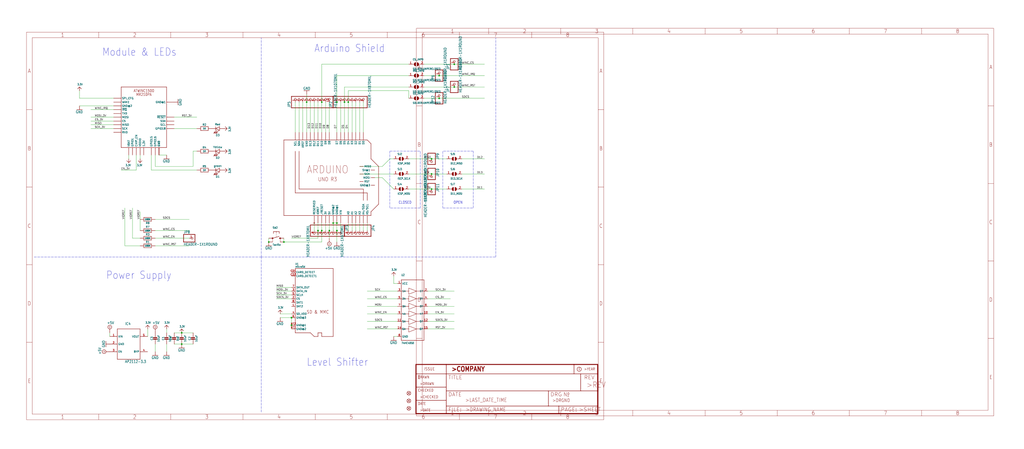
<source format=kicad_sch>
(kicad_sch (version 20211123) (generator eeschema)
  (paper "User" 687.07 301.701)
  (lib_symbols
    (symbol "schematicEagle-eagle-import:+5V" (power)
      (property "Value" "+5V" (at -1.905 3.175 0))
      (symbol "+5V_1_0"
        (pin power_in line (at 0 -2.54 90) (length 2.54) (name "+5V") (number "1"))
      )
    )
    (symbol "schematicEagle-eagle-import:3.3V" (power)
      (property "Value" "3.3V" (at -1.524 1.016 0))
      (symbol "3.3V_1_0"
        (pin power_in line (at 0 -2.54 90) (length 2.54) (name "3.3V") (number "1"))
      )
    )
    (symbol "schematicEagle-eagle-import:74HC4050D"
      (property "Reference" "U" (at -7.62 22.86 0))
      (property "Value" "74HC4050D" (at -7.62 -22.86 0))
      (symbol "74HC4050D_1_0"
        (pin bidirectional line (at -10.16 17.78 0) (length 2.54) (name "VCC") (number "1"))
        (pin bidirectional line (at 10.16 -2.54 180) (length 2.54) (name "4Y") (number "10"))
        (pin bidirectional line (at -10.16 -7.62 0) (length 2.54) (name "5A") (number "11"))
        (pin bidirectional line (at 10.16 -7.62 180) (length 2.54) (name "5Y") (number "12"))
        (pin bidirectional line (at -10.16 -12.7 0) (length 2.54) (name "6A") (number "14"))
        (pin bidirectional line (at 10.16 -12.7 180) (length 2.54) (name "6Y") (number "15"))
        (pin bidirectional line (at 10.16 12.7 180) (length 2.54) (name "1Y") (number "2"))
        (pin bidirectional line (at -10.16 12.7 0) (length 2.54) (name "1A") (number "3"))
        (pin bidirectional line (at 10.16 7.62 180) (length 2.54) (name "2Y") (number "4"))
        (pin bidirectional line (at -10.16 7.62 0) (length 2.54) (name "2A") (number "5"))
        (pin bidirectional line (at 10.16 2.54 180) (length 2.54) (name "3Y") (number "6"))
        (pin bidirectional line (at -10.16 2.54 0) (length 2.54) (name "3A") (number "7"))
        (pin bidirectional line (at -10.16 -17.78 0) (length 2.54) (name "GND") (number "8"))
        (pin bidirectional line (at -10.16 -2.54 0) (length 2.54) (name "4A") (number "9"))
      )
    )
    (symbol "schematicEagle-eagle-import:ARDUINO_R3_ICSP_NODIM"
      (symbol "ARDUINO_R3_ICSP_NODIM_1_0"
        (text "ARDUINO" (at 15.24 27.94 0) (effects (font (size 5.08 4.318)) (justify left bottom)))
        (text "UNO R3" (at 22.86 22.86 0) (effects (font (size 2.54 2.159)) (justify left bottom)))
        (pin power_in line (at 27.94 -5.08 90) (length 5.08) (name "3V") (number "3V"))
        (pin power_in line (at 30.48 -5.08 90) (length 5.08) (name "5V") (number "5V"))
        (pin passive line (at 60.96 30.48 180) (length 2.54) (name "5V@1") (number "5V_ICSP"))
        (pin bidirectional line (at 43.18 -5.08 90) (length 5.08) (name "A0") (number "A0"))
        (pin bidirectional line (at 45.72 -5.08 90) (length 5.08) (name "A1") (number "A1"))
        (pin bidirectional line (at 48.26 -5.08 90) (length 5.08) (name "A2") (number "A2"))
        (pin bidirectional line (at 50.8 -5.08 90) (length 5.08) (name "A3") (number "A3"))
        (pin bidirectional line (at 53.34 -5.08 90) (length 5.08) (name "A4/SDA") (number "A4"))
        (pin bidirectional line (at 55.88 -5.08 90) (length 5.08) (name "A5/SCL") (number "A5"))
        (pin bidirectional line (at 12.7 55.88 270) (length 5.08) (name "AREF") (number "AREF"))
        (pin bidirectional line (at 53.34 55.88 270) (length 5.08) (name "D0") (number "D0"))
        (pin bidirectional line (at 50.8 55.88 270) (length 5.08) (name "D1") (number "D1"))
        (pin bidirectional line (at 25.4 55.88 270) (length 5.08) (name "D10") (number "D10"))
        (pin bidirectional line (at 22.86 55.88 270) (length 5.08) (name "D11") (number "D11"))
        (pin bidirectional line (at 20.32 55.88 270) (length 5.08) (name "D12") (number "D12"))
        (pin bidirectional line (at 17.78 55.88 270) (length 5.08) (name "D13") (number "D13"))
        (pin bidirectional line (at 48.26 55.88 270) (length 5.08) (name "D2") (number "D2"))
        (pin bidirectional line (at 45.72 55.88 270) (length 5.08) (name "D3") (number "D3"))
        (pin bidirectional line (at 43.18 55.88 270) (length 5.08) (name "D4") (number "D4"))
        (pin bidirectional line (at 40.64 55.88 270) (length 5.08) (name "D5") (number "D5"))
        (pin bidirectional line (at 38.1 55.88 270) (length 5.08) (name "D6") (number "D6"))
        (pin bidirectional line (at 35.56 55.88 270) (length 5.08) (name "D7") (number "D7"))
        (pin bidirectional line (at 30.48 55.88 270) (length 5.08) (name "D8") (number "D8"))
        (pin bidirectional line (at 27.94 55.88 270) (length 5.08) (name "D9") (number "D9"))
        (pin power_in line (at 15.24 55.88 270) (length 5.08) (name "GND") (number "GND"))
        (pin power_in line (at 33.02 -5.08 90) (length 5.08) (name "GND@2") (number "GND@1"))
        (pin passive line (at 60.96 20.32 180) (length 2.54) (name "GND@3") (number "GND@2"))
        (pin power_in line (at 35.56 -5.08 90) (length 5.08) (name "GND@1") (number "GND@3"))
        (pin output line (at 22.86 -5.08 90) (length 5.08) (name "IOREF") (number "IOREF"))
        (pin passive line (at 50.8 33.02 0) (length 2.54) (name "MISO") (number "MISO"))
        (pin passive line (at 60.96 25.4 180) (length 2.54) (name "MOSI") (number "MOSI"))
        (pin no_connect line (at 20.32 -5.08 90) (length 5.08) (name "RESERVED") (number "RESERVED"))
        (pin bidirectional line (at 25.4 -5.08 90) (length 5.08) (name "/RESET") (number "RESET"))
        (pin passive line (at 50.8 22.86 0) (length 2.54) (name "RST") (number "RESET_ICSP"))
        (pin passive line (at 50.8 27.94 0) (length 2.54) (name "SCK") (number "SCK"))
        (pin bidirectional line (at 7.62 55.88 270) (length 5.08) (name "SCL") (number "SCL"))
        (pin bidirectional line (at 10.16 55.88 270) (length 5.08) (name "SDA") (number "SDA"))
        (pin power_in line (at 38.1 -5.08 90) (length 5.08) (name "VIN") (number "VIN"))
      )
    )
    (symbol "schematicEagle-eagle-import:ATWINC1500_MR210PA"
      (symbol "ATWINC1500_MR210PA_1_0"
        (text "ATWINC1500" (at 0 17.78 0) (effects (font (size 1.778 1.5113))))
        (text "MR210PA" (at 0 15.24 0) (effects (font (size 1.778 1.5113))))
        (pin bidirectional line (at 20.32 -7.62 180) (length 5.08) (name "GPIO18") (number "J1"))
        (pin input line (at -20.32 12.7 0) (length 5.08) (name "SPI_CFG") (number "J10"))
        (pin input line (at -20.32 10.16 0) (length 5.08) (name "WAKE") (number "J11"))
        (pin power_in line (at -20.32 7.62 0) (length 5.08) (name "GND@2") (number "J12"))
        (pin output line (at -20.32 5.08 0) (length 5.08) (name "~{IRQ}") (number "J13"))
        (pin output line (at -20.32 2.54 0) (length 5.08) (name "TXD") (number "J14"))
        (pin input line (at -20.32 0 0) (length 5.08) (name "MOSI") (number "J15"))
        (pin input line (at -20.32 -2.54 0) (length 5.08) (name "CS") (number "J16"))
        (pin output line (at -20.32 -5.08 0) (length 5.08) (name "MISO") (number "J17"))
        (pin input line (at -20.32 -7.62 0) (length 5.08) (name "SCK") (number "J18"))
        (pin input line (at -20.32 -10.16 0) (length 5.08) (name "RXD") (number "J19"))
        (pin bidirectional line (at 20.32 -5.08 180) (length 5.08) (name "SCL") (number "J2"))
        (pin power_in line (at -10.16 -25.4 90) (length 5.08) (name "VBAT") (number "J20"))
        (pin bidirectional line (at -7.62 -25.4 90) (length 5.08) (name "GPIO1") (number "J21"))
        (pin input line (at -5.08 -25.4 90) (length 5.08) (name "CHIP_EN") (number "J22"))
        (pin power_in line (at -2.54 -25.4 90) (length 5.08) (name "VDDIO") (number "J23"))
        (pin passive line (at 0 -25.4 90) (length 5.08) (name "1.3V") (number "J24"))
        (pin bidirectional line (at 5.08 -25.4 90) (length 5.08) (name "GPIO15") (number "J26"))
        (pin bidirectional line (at 7.62 -25.4 90) (length 5.08) (name "GPIO16") (number "J27"))
        (pin power_in line (at 10.16 -25.4 90) (length 5.08) (name "GND") (number "J28"))
        (pin bidirectional line (at 20.32 -2.54 180) (length 5.08) (name "SDA") (number "J3"))
        (pin input line (at 20.32 0 180) (length 5.08) (name "~{RESET}") (number "J4"))
        (pin bidirectional line (at 20.32 10.16 180) (length 5.08) (name "GND@1") (number "J9"))
        (pin power_in line (at 10.16 -25.4 90) (length 5.08) (name "GND") (number "MTGND"))
      )
    )
    (symbol "schematicEagle-eagle-import:CAP_CERAMIC0805-NOOUTLINE"
      (property "Reference" "C" (at -2.29 1.25 90))
      (property "Value" "CAP_CERAMIC0805-NOOUTLINE" (at 2.3 1.25 90))
      (symbol "CAP_CERAMIC0805-NOOUTLINE_1_0"
        (pin passive line (at 0 5.08 270) (length 2.54) (name "1") (number "1"))
        (pin passive line (at 0 -2.54 90) (length 2.54) (name "2") (number "2"))
      )
    )
    (symbol "schematicEagle-eagle-import:FIDUCIAL_1MM")
    (symbol "schematicEagle-eagle-import:FRAME_A3"
      (symbol "FRAME_A3_0_0"
        (text "1" (at 24.2094 1.905 0) (effects (font (size 2.54 2.286))))
        (text "1" (at 24.2094 258.445 0) (effects (font (size 2.54 2.286))))
        (text "2" (at 72.6281 1.905 0) (effects (font (size 2.54 2.286))))
        (text "2" (at 72.6281 258.445 0) (effects (font (size 2.54 2.286))))
        (text "3" (at 121.0469 1.905 0) (effects (font (size 2.54 2.286))))
        (text "3" (at 121.0469 258.445 0) (effects (font (size 2.54 2.286))))
        (text "4" (at 169.4656 1.905 0) (effects (font (size 2.54 2.286))))
        (text "4" (at 169.4656 258.445 0) (effects (font (size 2.54 2.286))))
        (text "5" (at 217.8844 1.905 0) (effects (font (size 2.54 2.286))))
        (text "5" (at 217.8844 258.445 0) (effects (font (size 2.54 2.286))))
        (text "6" (at 266.3031 1.905 0) (effects (font (size 2.54 2.286))))
        (text "6" (at 266.3031 258.445 0) (effects (font (size 2.54 2.286))))
        (text "7" (at 314.7219 1.905 0) (effects (font (size 2.54 2.286))))
        (text "7" (at 314.7219 258.445 0) (effects (font (size 2.54 2.286))))
        (text "8" (at 363.1406 1.905 0) (effects (font (size 2.54 2.286))))
        (text "8" (at 363.1406 258.445 0) (effects (font (size 2.54 2.286))))
        (text "A" (at 1.905 234.315 0) (effects (font (size 2.54 2.286))))
        (text "A" (at 385.445 234.315 0) (effects (font (size 2.54 2.286))))
        (text "B" (at 1.905 182.245 0) (effects (font (size 2.54 2.286))))
        (text "B" (at 385.445 182.245 0) (effects (font (size 2.54 2.286))))
        (text "C" (at 1.905 130.175 0) (effects (font (size 2.54 2.286))))
        (text "C" (at 385.445 130.175 0) (effects (font (size 2.54 2.286))))
        (text "D" (at 1.905 78.105 0) (effects (font (size 2.54 2.286))))
        (text "D" (at 385.445 78.105 0) (effects (font (size 2.54 2.286))))
        (text "E" (at 1.905 26.035 0) (effects (font (size 2.54 2.286))))
        (text "E" (at 385.445 26.035 0) (effects (font (size 2.54 2.286))))
      )
      (symbol "FRAME_A3_2_0"
        (text "PART OR WHOLE IS STRICTLY PROHIBITED WITHOUT WRITTEN PERMISSION!" (at 3.81 -5.08 0) (effects (font (size 1.27 1.0795)) (justify left bottom)))
        (text "PROPRIETARY" (at 3.81 -10.16 0) (effects (font (size 2.54 2.159) (thickness 0.4318) bold) (justify left bottom)))
        (text "THIS DRAWING CONTAINS CONFIDENTIAL INFORMATION. ANY REPRODUCTION IN" (at 3.81 -2.794 0) (effects (font (size 1.27 1.0795)) (justify left bottom)))
      )
      (symbol "FRAME_A3_3_0"
        (text ">CHECKED" (at 2.2352 11.7348 0) (effects (font (size 1.778 1.5113)) (justify left bottom)))
        (text ">COMPANY" (at 23.349 29.6735 0) (effects (font (size 3.175 2.6987) (thickness 0.5397) bold) (justify left bottom)))
        (text ">DATE" (at 2.2352 2.8448 0) (effects (font (size 1.778 1.5113)) (justify left bottom)))
        (text ">DRAWING_NAME" (at 33.0327 2.8448 0) (effects (font (size 2.54 2.159)) (justify left bottom)))
        (text ">DRAWN" (at 2.2352 20.6248 0) (effects (font (size 1.778 1.5113)) (justify left bottom)))
        (text ">DRGNO" (at 91.1352 9.1948 0) (effects (font (size 2.1844 1.8567)) (justify left bottom)))
        (text ">LAST_DATE_TIME" (at 32.7152 9.1948 0) (effects (font (size 2.54 2.159)) (justify left bottom)))
        (text ">REV" (at 113.9952 18.7198 0) (effects (font (size 3.81 3.2385)) (justify left bottom)))
        (text ">SHEET" (at 108.9152 2.8448 0) (effects (font (size 2.54 2.54)) (justify left bottom)))
        (text ">YEAR" (at 112.4077 30.4673 0) (effects (font (size 1.778 1.5113)) (justify left bottom)))
        (text "C" (at 108.7564 30.7848 0) (effects (font (size 1.27 1.0795)) (justify left bottom)))
        (text "CHECKED" (at 0.9652 16.1798 0) (effects (font (size 1.778 1.5113)) (justify left bottom)))
        (text "DATE" (at 0.9652 7.2898 0) (effects (font (size 1.778 1.5113)) (justify left bottom)))
        (text "DATE" (at 21.2852 13.0048 0) (effects (font (size 2.54 2.54)) (justify left bottom)))
        (text "DRAWN" (at 0.9652 25.0698 0) (effects (font (size 1.778 1.5113)) (justify left bottom)))
        (text "DRG" (at 89.8652 13.0048 0) (effects (font (size 2.54 2.54)) (justify left bottom)))
        (text "FILE:" (at 21.2852 2.8448 0) (effects (font (size 2.54 2.54)) (justify left bottom)))
        (text "ISSUE" (at 5.0927 30.4673 0) (effects (font (size 1.9304 1.6408)) (justify left bottom)))
        (text "N" (at 98.4377 13.0048 0) (effects (font (size 2.54 2.54)) (justify left bottom)))
        (text "o" (at 100.9777 13.9573 0) (effects (font (size 2.1844 1.8567)) (justify left bottom)))
        (text "PAGE:" (at 96.8502 2.8448 0) (effects (font (size 2.54 2.54)) (justify left bottom)))
        (text "REV" (at 112.4077 24.4348 0) (effects (font (size 2.54 2.54)) (justify left bottom)))
        (text "TITLE" (at 21.2852 24.4348 0) (effects (font (size 2.54 2.54)) (justify left bottom)))
      )
    )
    (symbol "schematicEagle-eagle-import:GND" (power)
      (property "Value" "GND" (at -2.54 -2.54 0))
      (symbol "GND_1_0"
        (pin power_in line (at 0 2.54 270) (length 2.54) (name "GND") (number "1"))
      )
    )
    (symbol "schematicEagle-eagle-import:HEADER-1X1070MIL"
      (property "Reference" "JP" (at -6.35 13.335 0))
      (property "Value" "HEADER-1X1070MIL" (at -6.35 -17.78 0))
      (symbol "HEADER-1X1070MIL_1_0"
        (pin passive inverted (at -2.54 10.16 0) (length 2.54) (name "1") (number "1"))
        (pin passive inverted (at -2.54 -12.7 0) (length 2.54) (name "10") (number "10"))
        (pin passive inverted (at -2.54 7.62 0) (length 2.54) (name "2") (number "2"))
        (pin passive inverted (at -2.54 5.08 0) (length 2.54) (name "3") (number "3"))
        (pin passive inverted (at -2.54 2.54 0) (length 2.54) (name "4") (number "4"))
        (pin passive inverted (at -2.54 0 0) (length 2.54) (name "5") (number "5"))
        (pin passive inverted (at -2.54 -2.54 0) (length 2.54) (name "6") (number "6"))
        (pin passive inverted (at -2.54 -5.08 0) (length 2.54) (name "7") (number "7"))
        (pin passive inverted (at -2.54 -7.62 0) (length 2.54) (name "8") (number "8"))
        (pin passive inverted (at -2.54 -10.16 0) (length 2.54) (name "9") (number "9"))
      )
    )
    (symbol "schematicEagle-eagle-import:HEADER-1X1ROUND"
      (property "Reference" "JP" (at -6.35 3.175 0))
      (property "Value" "HEADER-1X1ROUND" (at -6.35 -5.08 0))
      (symbol "HEADER-1X1ROUND_1_0"
        (pin passive inverted (at -2.54 0 0) (length 2.54) (name "1") (number "1"))
      )
    )
    (symbol "schematicEagle-eagle-import:HEADER-1X670MIL"
      (property "Reference" "JP" (at -6.35 10.795 0))
      (property "Value" "HEADER-1X670MIL" (at -6.35 -10.16 0))
      (symbol "HEADER-1X670MIL_1_0"
        (pin passive inverted (at -2.54 7.62 0) (length 2.54) (name "1") (number "1"))
        (pin passive inverted (at -2.54 5.08 0) (length 2.54) (name "2") (number "2"))
        (pin passive inverted (at -2.54 2.54 0) (length 2.54) (name "3") (number "3"))
        (pin passive inverted (at -2.54 0 0) (length 2.54) (name "4") (number "4"))
        (pin passive inverted (at -2.54 -2.54 0) (length 2.54) (name "5") (number "5"))
        (pin passive inverted (at -2.54 -5.08 0) (length 2.54) (name "6") (number "6"))
      )
    )
    (symbol "schematicEagle-eagle-import:HEADER-1X870MIL"
      (property "Reference" "JP" (at -6.35 13.335 0))
      (property "Value" "HEADER-1X870MIL" (at -6.35 -12.7 0))
      (symbol "HEADER-1X870MIL_1_0"
        (pin passive inverted (at -2.54 10.16 0) (length 2.54) (name "1") (number "1"))
        (pin passive inverted (at -2.54 7.62 0) (length 2.54) (name "2") (number "2"))
        (pin passive inverted (at -2.54 5.08 0) (length 2.54) (name "3") (number "3"))
        (pin passive inverted (at -2.54 2.54 0) (length 2.54) (name "4") (number "4"))
        (pin passive inverted (at -2.54 0 0) (length 2.54) (name "5") (number "5"))
        (pin passive inverted (at -2.54 -2.54 0) (length 2.54) (name "6") (number "6"))
        (pin passive inverted (at -2.54 -5.08 0) (length 2.54) (name "7") (number "7"))
        (pin passive inverted (at -2.54 -7.62 0) (length 2.54) (name "8") (number "8"))
      )
    )
    (symbol "schematicEagle-eagle-import:LED0805_NOOUTLINE"
      (property "Reference" "D" (at -1.27 4.445 0))
      (property "Value" "LED0805_NOOUTLINE" (at -1.27 -2.794 0))
      (symbol "LED0805_NOOUTLINE_1_0"
        (pin passive line (at -5.08 0 0) (length 2.54) (name "A") (number "A"))
        (pin passive line (at 2.54 0 180) (length 2.54) (name "C") (number "C"))
      )
    )
    (symbol "schematicEagle-eagle-import:LP298XS"
      (property "Reference" "IC" (at -12.7 -5.08 90))
      (property "Value" "LP298XS" (at 12.7 -5.08 90))
      (symbol "LP298XS_1_0"
        (pin bidirectional line (at -5.08 -15.24 90) (length 5.08) (name "VIN") (number "1"))
        (pin bidirectional line (at 0 -15.24 90) (length 5.08) (name "GND") (number "2"))
        (pin bidirectional line (at 5.08 -15.24 90) (length 5.08) (name "EN") (number "3"))
        (pin bidirectional line (at 5.08 10.16 270) (length 5.08) (name "BYP") (number "4"))
        (pin bidirectional line (at -5.08 10.16 270) (length 5.08) (name "VOUT") (number "5"))
      )
    )
    (symbol "schematicEagle-eagle-import:MICROSD"
      (property "Reference" "X" (at -12.7 22.606 0))
      (property "Value" "MICROSD" (at -12.7 20.828 0))
      (symbol "MICROSD_1_0"
        (text "SD & MMC" (at -5.08 -10.16 0) (effects (font (size 2.1844 1.8567)) (justify left bottom)))
        (pin bidirectional line (at -15.24 -5.08 0) (length 2.54) (name "DAT2") (number "1"))
        (pin input line (at -15.24 0 0) (length 2.54) (name "CS") (number "2"))
        (pin input line (at -15.24 5.08 0) (length 2.54) (name "DATA_IN") (number "3"))
        (pin power_in line (at -15.24 -10.16 0) (length 2.54) (name "SD_VDD") (number "4"))
        (pin input line (at -15.24 2.54 0) (length 2.54) (name "SCLK") (number "5"))
        (pin power_in line (at -15.24 -12.7 0) (length 2.54) (name "GND@3") (number "6"))
        (pin output line (at -15.24 7.62 0) (length 2.54) (name "DATA_OUT") (number "7"))
        (pin bidirectional line (at -15.24 -2.54 0) (length 2.54) (name "DAT1") (number "8"))
        (pin passive line (at -15.24 17.78 0) (length 2.54) (name "CARD_DETECT") (number "CD1"))
        (pin passive line (at -15.24 15.24 0) (length 2.54) (name "CARD_DETECT1") (number "CD2"))
        (pin power_in line (at -15.24 -20.32 0) (length 2.54) (name "GND@2") (number "MT1"))
        (pin power_in line (at -15.24 -17.78 0) (length 2.54) (name "GND@1") (number "MT2"))
      )
    )
    (symbol "schematicEagle-eagle-import:RESISTOR0805_NOOUTLINE"
      (property "Reference" "R" (at 0 2.54 0))
      (property "Value" "RESISTOR0805_NOOUTLINE" (at 0 0 0))
      (symbol "RESISTOR0805_NOOUTLINE_1_0"
        (pin passive line (at -5.08 0 0) (length 2.54) (name "1") (number "1"))
        (pin passive line (at 5.08 0 180) (length 2.54) (name "2") (number "2"))
      )
    )
    (symbol "schematicEagle-eagle-import:SOLDERJUMPERCLOSED"
      (property "Reference" "SJ" (at -2.54 2.54 0))
      (property "Value" "SOLDERJUMPERCLOSED" (at -2.54 -3.81 0))
      (symbol "SOLDERJUMPERCLOSED_1_0"
        (pin passive line (at -5.08 0 0) (length 2.54) (name "1") (number "1"))
        (pin passive line (at 5.08 0 180) (length 2.54) (name "2") (number "2"))
      )
    )
    (symbol "schematicEagle-eagle-import:SOLDERJUMPERREFLOW_NOPASTE"
      (property "Reference" "SJ" (at -2.54 2.54 0))
      (property "Value" "SOLDERJUMPERREFLOW_NOPASTE" (at -2.54 -3.81 0))
      (symbol "SOLDERJUMPERREFLOW_NOPASTE_1_0"
        (pin passive line (at -5.08 0 0) (length 2.54) (name "1") (number "1"))
        (pin passive line (at 5.08 0 180) (length 2.54) (name "2") (number "2"))
      )
    )
    (symbol "schematicEagle-eagle-import:SWITCH_TACT_SMT_EVQQ2_SMALL"
      (property "Reference" "SW" (at -2.54 6.35 0))
      (property "Value" "SWITCH_TACT_SMT_EVQQ2_SMALL" (at -2.54 -5.08 0))
      (symbol "SWITCH_TACT_SMT_EVQQ2_SMALL_1_0"
        (pin passive line (at -5.08 0 0) (length 2.54) (name "P") (number "A"))
        (pin passive line (at -5.08 -2.54 0) (length 2.54) (name "P1") (number "A'"))
        (pin passive line (at 5.08 0 180) (length 2.54) (name "S") (number "B"))
        (pin passive line (at 5.08 -2.54 180) (length 2.54) (name "S1") (number "B'"))
      )
    )
  )
  (junction (at 231.14 68.58))
  (junction (at 205.74 68.58))
  (junction (at 215.9 154.94))
  (junction (at 190.5 162.56))
  (junction (at 304.8 43.18))
  (junction (at 294.64 66.04))
  (junction (at 226.06 149.86))
  (junction (at 226.06 154.94))
  (junction (at 121.92 231.14))
  (junction (at 180.34 162.56))
  (junction (at 195.58 213.36))
  (junction (at 226.06 68.58))
  (junction (at 223.52 149.86))
  (junction (at 289.56 127))
  (junction (at 233.68 68.58))
  (junction (at 121.92 223.52))
  (junction (at 294.64 50.8))
  (junction (at 220.98 154.94))
  (junction (at 213.36 154.94))
  (junction (at 304.8 58.42))
  (junction (at 289.56 116.84))
  (junction (at 195.58 218.44))
  (junction (at 215.9 68.58))
  (junction (at 289.56 106.68))
  (wire (pts (xy 180.34 160.02) (xy 180.34 162.56)))
  (wire (pts (xy 60.96 78.74) (xy 76.2 78.74)))
  (wire (pts (xy 264.16 190.5) (xy 264.16 185.42)))
  (polyline (pts (xy 297.18 101.6) (xy 297.18 139.7)))
  (wire (pts (xy 215.9 154.94) (xy 215.9 149.86)))
  (wire (pts (xy 246.38 154.94) (xy 246.38 149.86)))
  (wire (pts (xy 304.8 43.18) (xy 325.12 43.18)))
  (wire (pts (xy 251.46 119.38) (xy 256.54 119.38)))
  (wire (pts (xy 236.22 154.94) (xy 236.22 149.86)))
  (wire (pts (xy 233.68 68.58) (xy 233.68 60.96)))
  (wire (pts (xy 241.3 68.58) (xy 241.3 88.9)))
  (wire (pts (xy 132.08 101.6) (xy 129.54 101.6)))
  (wire (pts (xy 266.7 195.58) (xy 246.38 195.58)))
  (wire (pts (xy 129.54 231.14) (xy 121.92 231.14)))
  (wire (pts (xy 294.64 66.04) (xy 325.12 66.04)))
  (wire (pts (xy 287.02 200.66) (xy 302.26 200.66)))
  (wire (pts (xy 274.32 116.84) (xy 289.56 116.84)))
  (wire (pts (xy 88.9 160.02) (xy 88.9 139.7)))
  (wire (pts (xy 101.6 114.3) (xy 132.08 114.3)))
  (wire (pts (xy 220.98 88.9) (xy 220.98 68.58)))
  (wire (pts (xy 289.56 127) (xy 299.72 127)))
  (wire (pts (xy 218.44 68.58) (xy 218.44 88.9)))
  (polyline (pts (xy 22.86 172.72) (xy 175.26 172.72)))
  (wire (pts (xy 226.06 154.94) (xy 226.06 149.86)))
  (wire (pts (xy 76.2 81.28) (xy 60.96 81.28)))
  (wire (pts (xy 243.84 154.94) (xy 243.84 149.86)))
  (wire (pts (xy 256.54 111.76) (xy 261.62 106.68)))
  (wire (pts (xy 106.68 104.14) (xy 111.76 104.14)))
  (wire (pts (xy 121.92 231.14) (xy 116.84 231.14)))
  (wire (pts (xy 205.74 63.5) (xy 205.74 68.58)))
  (wire (pts (xy 284.48 66.04) (xy 294.64 66.04)))
  (wire (pts (xy 104.14 147.32) (xy 127 147.32)))
  (wire (pts (xy 213.36 160.02) (xy 195.58 160.02)))
  (wire (pts (xy 73.66 223.52) (xy 73.66 226.06)))
  (polyline (pts (xy 261.62 101.6) (xy 281.94 101.6)))
  (wire (pts (xy 304.8 210.82) (xy 287.02 210.82)))
  (wire (pts (xy 304.8 58.42) (xy 325.12 58.42)))
  (polyline (pts (xy 281.94 139.7) (xy 261.62 139.7)))
  (wire (pts (xy 304.8 58.42) (xy 284.48 58.42)))
  (wire (pts (xy 233.68 60.96) (xy 274.32 60.96)))
  (wire (pts (xy 60.96 86.36) (xy 76.2 86.36)))
  (wire (pts (xy 190.5 162.56) (xy 190.5 160.02)))
  (wire (pts (xy 274.32 58.42) (xy 231.14 58.42)))
  (wire (pts (xy 274.32 50.8) (xy 226.06 50.8)))
  (wire (pts (xy 195.58 198.12) (xy 185.42 198.12)))
  (wire (pts (xy 99.06 220.98) (xy 99.06 226.06)))
  (wire (pts (xy 233.68 88.9) (xy 233.68 68.58)))
  (wire (pts (xy 233.68 154.94) (xy 233.68 149.86)))
  (wire (pts (xy 60.96 73.66) (xy 76.2 73.66)))
  (wire (pts (xy 104.14 104.14) (xy 104.14 111.76)))
  (polyline (pts (xy 175.26 276.86) (xy 175.26 172.72)))
  (wire (pts (xy 266.7 226.06) (xy 264.16 226.06)))
  (wire (pts (xy 226.06 88.9) (xy 226.06 68.58)))
  (wire (pts (xy 266.7 210.82) (xy 246.38 210.82)))
  (wire (pts (xy 86.36 106.68) (xy 86.36 104.14)))
  (wire (pts (xy 213.36 154.94) (xy 213.36 149.86)))
  (wire (pts (xy 91.44 104.14) (xy 91.44 114.3)))
  (wire (pts (xy 228.6 154.94) (xy 228.6 149.86)))
  (wire (pts (xy 208.28 88.9) (xy 208.28 68.58)))
  (wire (pts (xy 187.96 213.36) (xy 195.58 213.36)))
  (wire (pts (xy 93.98 165.1) (xy 83.82 165.1)))
  (wire (pts (xy 76.2 66.04) (xy 53.34 66.04)))
  (wire (pts (xy 256.54 119.38) (xy 264.16 127)))
  (wire (pts (xy 210.82 154.94) (xy 210.82 149.86)))
  (wire (pts (xy 220.98 154.94) (xy 220.98 149.86)))
  (polyline (pts (xy 175.26 172.72) (xy 332.74 172.72)))
  (wire (pts (xy 287.02 220.98) (xy 304.8 220.98)))
  (wire (pts (xy 195.58 193.04) (xy 185.42 193.04)))
  (wire (pts (xy 246.38 205.74) (xy 266.7 205.74)))
  (wire (pts (xy 210.82 68.58) (xy 210.82 88.9)))
  (wire (pts (xy 266.7 200.66) (xy 246.38 200.66)))
  (wire (pts (xy 241.3 116.84) (xy 264.16 116.84)))
  (wire (pts (xy 104.14 231.14) (xy 104.14 236.22)))
  (wire (pts (xy 91.44 114.3) (xy 81.28 114.3)))
  (wire (pts (xy 309.88 106.68) (xy 325.12 106.68)))
  (wire (pts (xy 309.88 127) (xy 325.12 127)))
  (wire (pts (xy 274.32 60.96) (xy 274.32 66.04)))
  (wire (pts (xy 304.8 43.18) (xy 284.48 43.18)))
  (wire (pts (xy 215.9 68.58) (xy 215.9 88.9)))
  (polyline (pts (xy 297.18 139.7) (xy 317.5 139.7)))
  (wire (pts (xy 294.64 50.8) (xy 284.48 50.8)))
  (wire (pts (xy 203.2 68.58) (xy 203.2 88.9)))
  (wire (pts (xy 53.34 60.96) (xy 53.34 66.04)))
  (wire (pts (xy 289.56 106.68) (xy 299.72 106.68)))
  (wire (pts (xy 294.64 50.8) (xy 325.12 50.8)))
  (wire (pts (xy 241.3 154.94) (xy 241.3 149.86)))
  (wire (pts (xy 111.76 231.14) (xy 111.76 236.22)))
  (wire (pts (xy 243.84 68.58) (xy 243.84 88.9)))
  (polyline (pts (xy 281.94 101.6) (xy 281.94 139.7)))
  (wire (pts (xy 185.42 195.58) (xy 195.58 195.58)))
  (wire (pts (xy 195.58 220.98) (xy 195.58 218.44)))
  (wire (pts (xy 218.44 154.94) (xy 218.44 149.86)))
  (wire (pts (xy 129.54 111.76) (xy 129.54 101.6)))
  (wire (pts (xy 127 160.02) (xy 104.14 160.02)))
  (wire (pts (xy 228.6 68.58) (xy 228.6 88.9)))
  (wire (pts (xy 287.02 215.9) (xy 304.8 215.9)))
  (wire (pts (xy 93.98 104.14) (xy 93.98 106.68)))
  (wire (pts (xy 127 165.1) (xy 104.14 165.1)))
  (wire (pts (xy 190.5 162.56) (xy 215.9 162.56)))
  (wire (pts (xy 274.32 43.18) (xy 215.9 43.18)))
  (wire (pts (xy 101.6 104.14) (xy 101.6 114.3)))
  (polyline (pts (xy 175.26 172.72) (xy 175.26 25.4)))
  (wire (pts (xy 185.42 200.66) (xy 195.58 200.66)))
  (wire (pts (xy 215.9 68.58) (xy 215.9 43.18)))
  (wire (pts (xy 231.14 68.58) (xy 231.14 88.9)))
  (wire (pts (xy 309.88 116.84) (xy 325.12 116.84)))
  (polyline (pts (xy 332.74 172.72) (xy 332.74 25.4)))
  (wire (pts (xy 205.74 68.58) (xy 205.74 88.9)))
  (wire (pts (xy 104.14 111.76) (xy 129.54 111.76)))
  (wire (pts (xy 274.32 127) (xy 289.56 127)))
  (polyline (pts (xy 317.5 139.7) (xy 317.5 101.6)))
  (wire (pts (xy 289.56 116.84) (xy 299.72 116.84)))
  (wire (pts (xy 104.14 154.94) (xy 127 154.94)))
  (wire (pts (xy 236.22 68.58) (xy 236.22 88.9)))
  (wire (pts (xy 226.06 162.56) (xy 226.06 154.94)))
  (wire (pts (xy 213.36 88.9) (xy 213.36 68.58)))
  (wire (pts (xy 198.12 68.58) (xy 198.12 88.9)))
  (wire (pts (xy 304.8 205.74) (xy 287.02 205.74)))
  (wire (pts (xy 261.62 106.68) (xy 264.16 106.68)))
  (wire (pts (xy 53.34 71.12) (xy 76.2 71.12)))
  (wire (pts (xy 223.52 149.86) (xy 226.06 149.86)))
  (wire (pts (xy 266.7 215.9) (xy 246.38 215.9)))
  (wire (pts (xy 132.08 78.74) (xy 116.84 78.74)))
  (wire (pts (xy 226.06 50.8) (xy 226.06 68.58)))
  (wire (pts (xy 231.14 58.42) (xy 231.14 68.58)))
  (wire (pts (xy 195.58 218.44) (xy 195.58 213.36)))
  (wire (pts (xy 93.98 142.24) (xy 93.98 154.94)))
  (wire (pts (xy 238.76 154.94) (xy 238.76 149.86)))
  (wire (pts (xy 274.32 106.68) (xy 289.56 106.68)))
  (wire (pts (xy 121.92 223.52) (xy 116.84 223.52)))
  (wire (pts (xy 266.7 220.98) (xy 246.38 220.98)))
  (wire (pts (xy 220.98 160.02) (xy 220.98 154.94)))
  (wire (pts (xy 116.84 86.36) (xy 132.08 86.36)))
  (wire (pts (xy 187.96 210.82) (xy 195.58 210.82)))
  (polyline (pts (xy 261.62 139.7) (xy 261.62 101.6)))
  (wire (pts (xy 238.76 68.58) (xy 238.76 88.9)))
  (wire (pts (xy 215.9 162.56) (xy 215.9 154.94)))
  (wire (pts (xy 266.7 190.5) (xy 264.16 190.5)))
  (wire (pts (xy 76.2 83.82) (xy 60.96 83.82)))
  (wire (pts (xy 241.3 111.76) (xy 256.54 111.76)))
  (wire (pts (xy 223.52 154.94) (xy 223.52 149.86)))
  (wire (pts (xy 213.36 154.94) (xy 213.36 160.02)))
  (wire (pts (xy 111.76 220.98) (xy 111.76 223.52)))
  (wire (pts (xy 200.66 68.58) (xy 200.66 88.9)))
  (wire (pts (xy 287.02 195.58) (xy 304.8 195.58)))
  (polyline (pts (xy 317.5 101.6) (xy 297.18 101.6)))
  (wire (pts (xy 83.82 165.1) (xy 83.82 139.7)))
  (wire (pts (xy 93.98 160.02) (xy 88.9 160.02)))
  (wire (pts (xy 129.54 223.52) (xy 121.92 223.52)))
  (text "Level Shifter" (at 205.74 246.38 180) (effects (font (size 5.08 4.318)) (justify left bottom)))
  (text "CLOSED" (at 271.78 137.16 180) (effects (font (size 1.778 1.5113)) (justify bottom)))
  (text "Arduino Shield" (at 210.82 35.56 180) (effects (font (size 5.08 4.318)) (justify left bottom)))
  (text "Module & LEDs" (at 68.58 38.1 180) (effects (font (size 5.08 4.318)) (justify left bottom)))
  (text "Power Supply" (at 71.12 187.96 180) (effects (font (size 5.08 4.318)) (justify left bottom)))
  (text "OPEN" (at 307.34 137.16 180) (effects (font (size 1.778 1.5113)) (justify bottom)))
  (label "WINC_CS" (at 251.46 200.66 0) (effects (font (size 1.2446 1.2446))))
  (label "D4" (at 233.68 86.36 90) (effects (font (size 1.2446 1.2446))))
  (label "D10" (at 215.9 86.36 90) (effects (font (size 1.2446 1.2446))))
  (label "WINC_EN" (at 109.22 160.02 0) (effects (font (size 1.2446 1.2446))))
  (label "VIOREF" (at 195.58 160.02 0) (effects (font (size 1.2446 1.2446))))
  (label "D7" (at 226.06 86.36 90) (effects (font (size 1.2446 1.2446))))
  (label "WINC_IRQ" (at 309.88 50.8 0) (effects (font (size 1.2446 1.2446))))
  (label "SCK" (at 284.48 116.84 0) (effects (font (size 1.2446 1.2446))))
  (label "SDCS" (at 251.46 215.9 0) (effects (font (size 1.2446 1.2446))))
  (label "MISO" (at 284.48 106.68 0) (effects (font (size 1.2446 1.2446))))
  (label "D11" (at 213.36 86.36 90) (effects (font (size 1.2446 1.2446))))
  (label "VIOREF" (at 88.9 147.32 90) (effects (font (size 1.2446 1.2446))))
  (label "SCK" (at 251.46 195.58 0) (effects (font (size 1.2446 1.2446))))
  (label "D12" (at 210.82 86.36 90) (effects (font (size 1.2446 1.2446))))
  (label "SCK_3V" (at 63.5 86.36 0) (effects (font (size 1.2446 1.2446))))
  (label "SDCS_3V" (at 292.1 215.9 0) (effects (font (size 1.2446 1.2446))))
  (label "MOSI_3V" (at 63.5 78.74 0) (effects (font (size 1.2446 1.2446))))
  (label "D12" (at 320.04 106.68 0) (effects (font (size 1.2446 1.2446))))
  (label "WINC_RST" (at 109.22 165.1 0) (effects (font (size 1.2446 1.2446))))
  (label "VIOREF" (at 83.82 147.32 90) (effects (font (size 1.2446 1.2446))))
  (label "D9" (at 218.44 86.36 90) (effects (font (size 1.2446 1.2446))))
  (label "RST_3V" (at 121.92 78.74 0) (effects (font (size 1.2446 1.2446))))
  (label "SCK_3V" (at 292.1 195.58 0) (effects (font (size 1.2446 1.2446))))
  (label "D8" (at 220.98 86.36 90) (effects (font (size 1.2446 1.2446))))
  (label "MOSI" (at 251.46 205.74 0) (effects (font (size 1.2446 1.2446))))
  (label "VIOREF" (at 93.98 147.32 90) (effects (font (size 1.2446 1.2446))))
  (label "WINC_RST" (at 309.88 58.42 0) (effects (font (size 1.2446 1.2446))))
  (label "SDCS" (at 109.22 147.32 0) (effects (font (size 1.2446 1.2446))))
  (label "MOSI" (at 284.48 127 0) (effects (font (size 1.2446 1.2446))))
  (label "MISO" (at 185.42 193.04 0) (effects (font (size 1.2446 1.2446))))
  (label "MISO" (at 63.5 83.82 0) (effects (font (size 1.2446 1.2446))))
  (label "WINC_IRQ" (at 63.5 73.66 0) (effects (font (size 1.2446 1.2446))))
  (label "SCK_3V" (at 185.42 198.12 0) (effects (font (size 1.2446 1.2446))))
  (label "CS_3V" (at 63.5 81.28 0) (effects (font (size 1.2446 1.2446))))
  (label "WINC_EN" (at 251.46 210.82 0) (effects (font (size 1.2446 1.2446))))
  (label "D13" (at 320.04 116.84 0) (effects (font (size 1.2446 1.2446))))
  (label "SDCS_3V" (at 185.42 200.66 0) (effects (font (size 1.2446 1.2446))))
  (label "SDCS" (at 309.88 66.04 0) (effects (font (size 1.2446 1.2446))))
  (label "EN_3V" (at 81.28 114.3 0) (effects (font (size 1.2446 1.2446))))
  (label "D13" (at 208.28 86.36 90) (effects (font (size 1.2446 1.2446))))
  (label "WINC_CS" (at 109.22 154.94 0) (effects (font (size 1.2446 1.2446))))
  (label "CS_3V" (at 292.1 200.66 0) (effects (font (size 1.2446 1.2446))))
  (label "EN_3V" (at 292.1 210.82 0) (effects (font (size 1.2446 1.2446))))
  (label "MOSI_3V" (at 292.1 205.74 0) (effects (font (size 1.2446 1.2446))))
  (label "MOSI_3V" (at 185.42 195.58 0) (effects (font (size 1.2446 1.2446))))
  (label "WINC_CS" (at 309.88 43.18 0) (effects (font (size 1.2446 1.2446))))
  (label "D5" (at 231.14 86.36 90) (effects (font (size 1.2446 1.2446))))
  (label "D11" (at 320.04 127 0) (effects (font (size 1.2446 1.2446))))
  (label "WINC_RST" (at 251.46 220.98 0) (effects (font (size 1.2446 1.2446))))
  (label "RST_3V" (at 292.1 220.98 0) (effects (font (size 1.2446 1.2446))))
  (symbol (lib_id "schematicEagle-eagle-import:+5V") (at 73.66 220.98 0) (unit 1)
    (property "Reference" "#SUPPLY2" (effects hide))
    (property "Value" "+5V" (at 71.755 217.805 0) (effects (font (size 1.778 1.5113)) (justify left bottom)))
    (property "Footprint" "schematicEagle:" (effects hide))
  )
  (symbol (lib_id "schematicEagle-eagle-import:+5V") (at 104.14 220.98 0) (unit 1)
    (property "Reference" "#SUPPLY4" (effects hide))
    (property "Value" "+5V" (at 102.235 217.805 0) (effects (font (size 1.778 1.5113)) (justify left bottom)))
    (property "Footprint" "schematicEagle:" (effects hide))
  )
  (symbol (lib_id "schematicEagle-eagle-import:RESISTOR0805_NOOUTLINE") (at 137.16 114.3 0) (unit 1)
    (property "Reference" "R5" (at 137.16 111.76 0))
    (property "Value" "1K" (at 137.16 114.3 0) (effects (font (size 1.016 1.016) bold)))
    (property "Footprint" "schematicEagle:0805-NO" (effects hide))
  )
  (symbol (lib_id "schematicEagle-eagle-import:FRAME_A3") (at 17.78 281.94 0) (unit 1)
    (property "Reference" "#FRAME1" (effects hide))
    (property "Value" "FRAME_A3" (effects hide))
    (property "Footprint" "schematicEagle:" (effects hide))
  )
  (symbol (lib_id "schematicEagle-eagle-import:CAP_CERAMIC0805-NOOUTLINE") (at 129.54 228.6 0) (unit 1)
    (property "Reference" "C2" (at 127.25 227.35 90))
    (property "Value" "10uF" (at 131.84 227.35 90))
    (property "Footprint" "schematicEagle:0805-NO" (effects hide))
  )
  (symbol (lib_id "schematicEagle-eagle-import:RESISTOR0805_NOOUTLINE") (at 137.16 86.36 0) (unit 1)
    (property "Reference" "R2" (at 137.16 83.82 0))
    (property "Value" "1K" (at 137.16 86.36 0) (effects (font (size 1.016 1.016) bold)))
    (property "Footprint" "schematicEagle:0805-NO" (effects hide))
  )
  (symbol (lib_id "schematicEagle-eagle-import:SOLDERJUMPERCLOSED") (at 269.24 106.68 0) (unit 1)
    (property "Reference" "SJ2" (at 266.7 104.14 0) (effects (font (size 1.27 1.0795)) (justify left bottom)))
    (property "Value" "ICSP_MISO" (at 266.7 110.49 0) (effects (font (size 1.27 1.0795)) (justify left bottom)))
    (property "Footprint" "schematicEagle:SOLDERJUMPER_CLOSEDWIRE" (effects hide))
  )
  (symbol (lib_id "schematicEagle-eagle-import:GND") (at 180.34 165.1 0) (unit 1)
    (property "Reference" "#U$42" (effects hide))
    (property "Value" "GND" (at 177.8 167.64 0) (effects (font (size 1.778 1.5113)) (justify left bottom)))
    (property "Footprint" "schematicEagle:" (effects hide))
  )
  (symbol (lib_id "schematicEagle-eagle-import:RESISTOR0805_NOOUTLINE") (at 99.06 165.1 0) (unit 1)
    (property "Reference" "R1" (at 99.06 162.56 0))
    (property "Value" "100K" (at 99.06 165.1 0) (effects (font (size 1.016 1.016) bold)))
    (property "Footprint" "schematicEagle:0805-NO" (effects hide))
  )
  (symbol (lib_id "schematicEagle-eagle-import:SOLDERJUMPERCLOSED") (at 279.4 66.04 0) (unit 1)
    (property "Reference" "SD_JMP0" (at 276.86 63.5 0) (effects (font (size 1.27 1.0795)) (justify left bottom)))
    (property "Value" "SOLDERJUMPERCLOSED" (at 276.86 69.85 0) (effects (font (size 1.27 1.0795)) (justify left bottom)))
    (property "Footprint" "schematicEagle:SOLDERJUMPER_CLOSEDWIRE" (effects hide))
  )
  (symbol (lib_id "schematicEagle-eagle-import:GND") (at 53.34 73.66 0) (unit 1)
    (property "Reference" "#GND2" (effects hide))
    (property "Value" "GND" (at 50.8 76.2 0) (effects (font (size 1.778 1.5113)) (justify left bottom)))
    (property "Footprint" "schematicEagle:" (effects hide))
  )
  (symbol (lib_id "schematicEagle-eagle-import:GND") (at 121.92 233.68 0) (unit 1)
    (property "Reference" "#U$18" (effects hide))
    (property "Value" "GND" (at 119.38 236.22 0) (effects (font (size 1.778 1.5113)) (justify left bottom)))
    (property "Footprint" "schematicEagle:" (effects hide))
  )
  (symbol (lib_id "schematicEagle-eagle-import:GND") (at 104.14 238.76 0) (unit 1)
    (property "Reference" "#U$19" (effects hide))
    (property "Value" "GND" (at 101.6 241.3 0) (effects (font (size 1.778 1.5113)) (justify left bottom)))
    (property "Footprint" "schematicEagle:" (effects hide))
  )
  (symbol (lib_id "schematicEagle-eagle-import:HEADER-1X1ROUND") (at 289.56 109.22 270) (unit 1)
    (property "Reference" "JP9" (at 292.735 102.87 0) (effects (font (size 1.778 1.5113)) (justify left bottom)))
    (property "Value" "HEADER-1X1ROUND" (at 284.48 102.87 0) (effects (font (size 1.778 1.5113)) (justify left bottom)))
    (property "Footprint" "schematicEagle:1X01_ROUND" (effects hide))
  )
  (symbol (lib_id "schematicEagle-eagle-import:3.3V") (at 121.92 220.98 0) (unit 1)
    (property "Reference" "#U$17" (effects hide))
    (property "Value" "3.3V" (at 120.396 219.964 0) (effects (font (size 1.27 1.0795)) (justify left bottom)))
    (property "Footprint" "schematicEagle:" (effects hide))
  )
  (symbol (lib_id "schematicEagle-eagle-import:HEADER-1X1ROUND") (at 304.8 55.88 90) (unit 1)
    (property "Reference" "JP7" (at 301.625 62.23 0) (effects (font (size 1.778 1.5113)) (justify left bottom)))
    (property "Value" "HEADER-1X1ROUND" (at 309.88 62.23 0) (effects (font (size 1.778 1.5113)) (justify left bottom)))
    (property "Footprint" "schematicEagle:1X01_ROUND" (effects hide))
  )
  (symbol (lib_id "schematicEagle-eagle-import:3.3V") (at 111.76 218.44 0) (unit 1)
    (property "Reference" "#U$16" (effects hide))
    (property "Value" "3.3V" (at 110.236 217.424 0) (effects (font (size 1.27 1.0795)) (justify left bottom)))
    (property "Footprint" "schematicEagle:" (effects hide))
  )
  (symbol (lib_id "schematicEagle-eagle-import:HEADER-1X1ROUND") (at 129.54 160.02 0) (unit 1)
    (property "Reference" "JP8" (at 123.19 156.845 0) (effects (font (size 1.778 1.5113)) (justify left bottom)))
    (property "Value" "HEADER-1X1ROUND" (at 123.19 165.1 0) (effects (font (size 1.778 1.5113)) (justify left bottom)))
    (property "Footprint" "schematicEagle:1X01_ROUND" (effects hide))
  )
  (symbol (lib_id "schematicEagle-eagle-import:3.3V") (at 187.96 208.28 0) (unit 1)
    (property "Reference" "#U$3" (effects hide))
    (property "Value" "3.3V" (at 186.436 207.264 0) (effects (font (size 1.27 1.0795)) (justify left bottom)))
    (property "Footprint" "schematicEagle:" (effects hide))
  )
  (symbol (lib_id "schematicEagle-eagle-import:SOLDERJUMPERCLOSED") (at 269.24 116.84 0) (unit 1)
    (property "Reference" "SJ3" (at 266.7 114.3 0) (effects (font (size 1.27 1.0795)) (justify left bottom)))
    (property "Value" "ISCP_SCLK" (at 266.7 120.65 0) (effects (font (size 1.27 1.0795)) (justify left bottom)))
    (property "Footprint" "schematicEagle:SOLDERJUMPER_CLOSEDWIRE" (effects hide))
  )
  (symbol (lib_id "schematicEagle-eagle-import:HEADER-1X1ROUND") (at 304.8 40.64 90) (unit 1)
    (property "Reference" "JP1" (at 301.625 46.99 0) (effects (font (size 1.778 1.5113)) (justify left bottom)))
    (property "Value" "HEADER-1X1ROUND" (at 309.88 46.99 0) (effects (font (size 1.778 1.5113)) (justify left bottom)))
    (property "Footprint" "schematicEagle:1X01_ROUND" (effects hide))
  )
  (symbol (lib_id "schematicEagle-eagle-import:SOLDERJUMPERCLOSED") (at 269.24 127 0) (unit 1)
    (property "Reference" "SJ4" (at 266.7 124.46 0) (effects (font (size 1.27 1.0795)) (justify left bottom)))
    (property "Value" "ICSP_MOSI" (at 266.7 130.81 0) (effects (font (size 1.27 1.0795)) (justify left bottom)))
    (property "Footprint" "schematicEagle:SOLDERJUMPER_CLOSEDWIRE" (effects hide))
  )
  (symbol (lib_id "schematicEagle-eagle-import:HEADER-1X1070MIL") (at 208.28 66.04 90) (unit 1)
    (property "Reference" "JP5" (at 194.945 72.39 0) (effects (font (size 1.778 1.5113)) (justify left bottom)))
    (property "Value" "HEADER-1X1070MIL" (at 226.06 72.39 0) (effects (font (size 1.778 1.5113)) (justify left bottom)))
    (property "Footprint" "schematicEagle:1X10_ROUND70" (effects hide))
  )
  (symbol (lib_id "schematicEagle-eagle-import:CAP_CERAMIC0805-NOOUTLINE") (at 121.92 228.6 0) (unit 1)
    (property "Reference" "C4" (at 119.63 227.35 90))
    (property "Value" "10uF" (at 124.22 227.35 90))
    (property "Footprint" "schematicEagle:0805-NO" (effects hide))
  )
  (symbol (lib_id "schematicEagle-eagle-import:SOLDERJUMPERREFLOW_NOPASTE") (at 304.8 106.68 0) (unit 1)
    (property "Reference" "SJ5" (at 302.26 104.14 0) (effects (font (size 1.27 1.0795)) (justify left bottom)))
    (property "Value" "D12_MISO" (at 302.26 110.49 0) (effects (font (size 1.27 1.0795)) (justify left bottom)))
    (property "Footprint" "schematicEagle:SOLDERJUMPER_REFLOW_NOPASTE" (effects hide))
  )
  (symbol (lib_id "schematicEagle-eagle-import:3.3V") (at 152.4 86.36 270) (unit 1)
    (property "Reference" "#U$7" (effects hide))
    (property "Value" "3.3V" (at 153.416 84.836 0) (effects (font (size 1.27 1.0795)) (justify left bottom)))
    (property "Footprint" "schematicEagle:" (effects hide))
  )
  (symbol (lib_id "schematicEagle-eagle-import:HEADER-1X1ROUND") (at 294.64 63.5 90) (unit 1)
    (property "Reference" "JP12" (at 291.465 69.85 0) (effects (font (size 1.778 1.5113)) (justify left bottom)))
    (property "Value" "HEADER-1X1ROUND" (at 299.72 69.85 0) (effects (font (size 1.778 1.5113)) (justify left bottom)))
    (property "Footprint" "schematicEagle:1X01_ROUND" (effects hide))
  )
  (symbol (lib_id "schematicEagle-eagle-import:LED0805_NOOUTLINE") (at 144.78 114.3 180) (unit 1)
    (property "Reference" "D1" (at 146.05 118.745 0))
    (property "Value" "green" (at 146.05 111.506 0))
    (property "Footprint" "schematicEagle:CHIPLED_0805_NOOUTLINE" (effects hide))
  )
  (symbol (lib_id "schematicEagle-eagle-import:GND") (at 119.38 68.58 90) (unit 1)
    (property "Reference" "#GND13" (effects hide))
    (property "Value" "GND" (at 121.92 71.12 0) (effects (font (size 1.778 1.5113)) (justify left bottom)))
    (property "Footprint" "schematicEagle:" (effects hide))
  )
  (symbol (lib_id "schematicEagle-eagle-import:HEADER-1X870MIL") (at 236.22 66.04 90) (unit 1)
    (property "Reference" "JP2" (at 222.885 72.39 0) (effects (font (size 1.778 1.5113)) (justify left bottom)))
    (property "Value" "HEADER-1X870MIL" (at 248.92 72.39 0) (effects (font (size 1.778 1.5113)) (justify left bottom)))
    (property "Footprint" "schematicEagle:1X08_ROUND_70" (effects hide))
  )
  (symbol (lib_id "schematicEagle-eagle-import:3.3V") (at 264.16 182.88 0) (unit 1)
    (property "Reference" "#U$12" (effects hide))
    (property "Value" "3.3V" (at 262.636 181.864 0) (effects (font (size 1.27 1.0795)) (justify left bottom)))
    (property "Footprint" "schematicEagle:" (effects hide))
  )
  (symbol (lib_id "schematicEagle-eagle-import:RESISTOR0805_NOOUTLINE") (at 137.16 101.6 0) (unit 1)
    (property "Reference" "R4" (at 137.16 99.06 0))
    (property "Value" "1K" (at 137.16 101.6 0) (effects (font (size 1.016 1.016) bold)))
    (property "Footprint" "schematicEagle:0805-NO" (effects hide))
  )
  (symbol (lib_id "schematicEagle-eagle-import:HEADER-1X1ROUND") (at 294.64 48.26 90) (unit 1)
    (property "Reference" "JP6" (at 291.465 54.61 0) (effects (font (size 1.778 1.5113)) (justify left bottom)))
    (property "Value" "HEADER-1X1ROUND" (at 299.72 54.61 0) (effects (font (size 1.778 1.5113)) (justify left bottom)))
    (property "Footprint" "schematicEagle:1X01_ROUND" (effects hide))
  )
  (symbol (lib_id "schematicEagle-eagle-import:LED0805_NOOUTLINE") (at 144.78 86.36 180) (unit 1)
    (property "Reference" "D3" (at 146.05 90.805 0))
    (property "Value" "Red" (at 146.05 83.566 0))
    (property "Footprint" "schematicEagle:CHIPLED_0805_NOOUTLINE" (effects hide))
  )
  (symbol (lib_id "schematicEagle-eagle-import:MICROSD") (at 210.82 200.66 0) (unit 1)
    (property "Reference" "X1" (at 198.12 178.054 0) (effects (font (size 1.27 1.0795)) (justify left bottom)))
    (property "Value" "microSd" (at 198.12 179.832 0) (effects (font (size 1.27 1.0795)) (justify left bottom)))
    (property "Footprint" "schematicEagle:MICROSD" (effects hide))
  )
  (symbol (lib_id "schematicEagle-eagle-import:3.3V") (at 53.34 58.42 0) (unit 1)
    (property "Reference" "#U$4" (effects hide))
    (property "Value" "3.3V" (at 51.816 57.404 0) (effects (font (size 1.27 1.0795)) (justify left bottom)))
    (property "Footprint" "schematicEagle:" (effects hide))
  )
  (symbol (lib_id "schematicEagle-eagle-import:FIDUCIAL_1MM") (at 274.32 274.32 0) (unit 1)
    (property "Reference" "FID3" (effects hide))
    (property "Value" "FIDUCIAL_1MM" (effects hide))
    (property "Footprint" "schematicEagle:FIDUCIAL_1MM" (effects hide))
  )
  (symbol (lib_id "schematicEagle-eagle-import:ARDUINO_R3_ICSP_NODIM") (at 190.5 144.78 0) (unit 1)
    (property "Reference" "M1" (effects hide))
    (property "Value" "ARDUINO_R3_ICSP_NODIM" (effects hide))
    (property "Footprint" "schematicEagle:ARDUINOR3_ICSP_NODIM" (effects hide))
  )
  (symbol (lib_id "schematicEagle-eagle-import:LED0805_NOOUTLINE") (at 144.78 101.6 180) (unit 1)
    (property "Reference" "D2" (at 146.05 106.045 0))
    (property "Value" "Yellow" (at 146.05 98.806 0))
    (property "Footprint" "schematicEagle:CHIPLED_0805_NOOUTLINE" (effects hide))
  )
  (symbol (lib_id "schematicEagle-eagle-import:ATWINC1500_MR210PA") (at 96.52 78.74 0) (unit 1)
    (property "Reference" "U$1" (effects hide))
    (property "Value" "ATWINC1500_MR210PB" (effects hide))
    (property "Footprint" "schematicEagle:ATWINC1500_MR210PA" (effects hide))
  )
  (symbol (lib_id "schematicEagle-eagle-import:SOLDERJUMPERCLOSED") (at 279.4 50.8 0) (unit 1)
    (property "Reference" "IRQ_JMP0" (at 276.86 48.26 0) (effects (font (size 1.27 1.0795)) (justify left bottom)))
    (property "Value" "SOLDERJUMPERCLOSED" (at 276.86 54.61 0) (effects (font (size 1.27 1.0795)) (justify left bottom)))
    (property "Footprint" "schematicEagle:SOLDERJUMPER_CLOSEDWIRE" (effects hide))
  )
  (symbol (lib_id "schematicEagle-eagle-import:GND") (at 71.12 231.14 270) (unit 1)
    (property "Reference" "#U$11" (effects hide))
    (property "Value" "GND" (at 68.58 228.6 0) (effects (font (size 1.778 1.5113)) (justify left bottom)))
    (property "Footprint" "schematicEagle:" (effects hide))
  )
  (symbol (lib_id "schematicEagle-eagle-import:CAP_CERAMIC0805-NOOUTLINE") (at 116.84 228.6 0) (unit 1)
    (property "Reference" "C5" (at 114.55 227.35 90))
    (property "Value" "1uF" (at 119.14 227.35 90))
    (property "Footprint" "schematicEagle:0805-NO" (effects hide))
  )
  (symbol (lib_id "schematicEagle-eagle-import:CAP_CERAMIC0805-NOOUTLINE") (at 111.76 228.6 0) (unit 1)
    (property "Reference" "C1" (at 109.47 227.35 90))
    (property "Value" "10uF" (at 114.06 227.35 90))
    (property "Footprint" "schematicEagle:0805-NO" (effects hide))
  )
  (symbol (lib_id "schematicEagle-eagle-import:SOLDERJUMPERCLOSED") (at 279.4 43.18 0) (unit 1)
    (property "Reference" "CS_JMP0" (at 276.86 40.64 0) (effects (font (size 1.27 1.0795)) (justify left bottom)))
    (property "Value" "SOLDERJUMPERCLOSED" (at 276.86 46.99 0) (effects (font (size 1.27 1.0795)) (justify left bottom)))
    (property "Footprint" "schematicEagle:SOLDERJUMPER_CLOSEDWIRE" (effects hide))
  )
  (symbol (lib_id "schematicEagle-eagle-import:GND") (at 111.76 106.68 0) (unit 1)
    (property "Reference" "#GND1" (effects hide))
    (property "Value" "GND" (at 109.22 109.22 0) (effects (font (size 1.778 1.5113)) (justify left bottom)))
    (property "Footprint" "schematicEagle:" (effects hide))
  )
  (symbol (lib_id "schematicEagle-eagle-import:SOLDERJUMPERCLOSED") (at 279.4 58.42 0) (unit 1)
    (property "Reference" "RST_JMP0" (at 276.86 55.88 0) (effects (font (size 1.27 1.0795)) (justify left bottom)))
    (property "Value" "SOLDERJUMPERCLOSED" (at 276.86 62.23 0) (effects (font (size 1.27 1.0795)) (justify left bottom)))
    (property "Footprint" "schematicEagle:SOLDERJUMPER_CLOSEDWIRE" (effects hide))
  )
  (symbol (lib_id "schematicEagle-eagle-import:SOLDERJUMPERREFLOW_NOPASTE") (at 304.8 116.84 0) (unit 1)
    (property "Reference" "SJ6" (at 302.26 114.3 0) (effects (font (size 1.27 1.0795)) (justify left bottom)))
    (property "Value" "D13_SCLK" (at 302.26 120.65 0) (effects (font (size 1.27 1.0795)) (justify left bottom)))
    (property "Footprint" "schematicEagle:SOLDERJUMPER_REFLOW_NOPASTE" (effects hide))
  )
  (symbol (lib_id "schematicEagle-eagle-import:FIDUCIAL_1MM") (at 274.32 264.16 0) (unit 1)
    (property "Reference" "FID2" (effects hide))
    (property "Value" "FIDUCIAL_1MM" (effects hide))
    (property "Footprint" "schematicEagle:FIDUCIAL_1MM" (effects hide))
  )
  (symbol (lib_id "schematicEagle-eagle-import:74HC4050D") (at 276.86 208.28 0) (unit 1)
    (property "Reference" "U2" (at 269.24 185.42 0) (effects (font (size 1.27 1.0795)) (justify left bottom)))
    (property "Value" "74HC4050" (at 269.24 231.14 0) (effects (font (size 1.27 1.0795)) (justify left bottom)))
    (property "Footprint" "schematicEagle:SOIC16" (effects hide))
  )
  (symbol (lib_id "schematicEagle-eagle-import:3.3V") (at 152.4 101.6 270) (unit 1)
    (property "Reference" "#U$8" (effects hide))
    (property "Value" "3.3V" (at 153.416 100.076 0) (effects (font (size 1.27 1.0795)) (justify left bottom)))
    (property "Footprint" "schematicEagle:" (effects hide))
  )
  (symbol (lib_id "schematicEagle-eagle-import:GND") (at 205.74 60.96 180) (unit 1)
    (property "Reference" "#U$20" (effects hide))
    (property "Value" "GND" (at 208.28 58.42 0) (effects (font (size 1.778 1.5113)) (justify left bottom)))
    (property "Footprint" "schematicEagle:" (effects hide))
  )
  (symbol (lib_id "schematicEagle-eagle-import:FRAME_A3") (at 279.4 279.4 0) (unit 3)
    (property "Reference" "#FRAME1" (effects hide))
    (property "Value" "FRAME_A3" (effects hide))
    (property "Footprint" "schematicEagle:" (effects hide))
  )
  (symbol (lib_id "schematicEagle-eagle-import:HEADER-1X1ROUND") (at 289.56 129.54 270) (unit 1)
    (property "Reference" "JP11" (at 292.735 123.19 0) (effects (font (size 1.778 1.5113)) (justify left bottom)))
    (property "Value" "HEADER-1X1ROUND" (at 284.48 123.19 0) (effects (font (size 1.778 1.5113)) (justify left bottom)))
    (property "Footprint" "schematicEagle:1X01_ROUND" (effects hide))
  )
  (symbol (lib_id "schematicEagle-eagle-import:3.3V") (at 99.06 218.44 0) (unit 1)
    (property "Reference" "#U$15" (effects hide))
    (property "Value" "3.3V" (at 97.536 217.424 0) (effects (font (size 1.27 1.0795)) (justify left bottom)))
    (property "Footprint" "schematicEagle:" (effects hide))
  )
  (symbol (lib_id "schematicEagle-eagle-import:GND") (at 187.96 215.9 0) (unit 1)
    (property "Reference" "#GND3" (effects hide))
    (property "Value" "GND" (at 185.42 218.44 0) (effects (font (size 1.778 1.5113)) (justify left bottom)))
    (property "Footprint" "schematicEagle:" (effects hide))
  )
  (symbol (lib_id "schematicEagle-eagle-import:RESISTOR0805_NOOUTLINE") (at 99.06 160.02 0) (unit 1)
    (property "Reference" "R3" (at 99.06 157.48 0))
    (property "Value" "100K" (at 99.06 160.02 0) (effects (font (size 1.016 1.016) bold)))
    (property "Footprint" "schematicEagle:0805-NO" (effects hide))
  )
  (symbol (lib_id "schematicEagle-eagle-import:GND") (at 226.06 165.1 0) (unit 1)
    (property "Reference" "#U$2" (effects hide))
    (property "Value" "GND" (at 223.52 167.64 0) (effects (font (size 1.778 1.5113)) (justify left bottom)))
    (property "Footprint" "schematicEagle:" (effects hide))
  )
  (symbol (lib_id "schematicEagle-eagle-import:GND") (at 111.76 238.76 0) (unit 1)
    (property "Reference" "#U$14" (effects hide))
    (property "Value" "GND" (at 109.22 241.3 0) (effects (font (size 1.778 1.5113)) (justify left bottom)))
    (property "Footprint" "schematicEagle:" (effects hide))
  )
  (symbol (lib_id "schematicEagle-eagle-import:HEADER-1X870MIL") (at 218.44 157.48 270) (unit 1)
    (property "Reference" "JP3" (at 231.775 151.13 0) (effects (font (size 1.778 1.5113)) (justify left bottom)))
    (property "Value" "HEADER-1X870MIL" (at 205.74 151.13 0) (effects (font (size 1.778 1.5113)) (justify left bottom)))
    (property "Footprint" "schematicEagle:1X08_ROUND_70" (effects hide))
  )
  (symbol (lib_id "schematicEagle-eagle-import:3.3V") (at 152.4 114.3 270) (unit 1)
    (property "Reference" "#U$10" (effects hide))
    (property "Value" "3.3V" (at 153.416 112.776 0) (effects (font (size 1.27 1.0795)) (justify left bottom)))
    (property "Footprint" "schematicEagle:" (effects hide))
  )
  (symbol (lib_id "schematicEagle-eagle-import:HEADER-1X670MIL") (at 238.76 157.48 270) (unit 1)
    (property "Reference" "JP4" (at 249.555 151.13 0) (effects (font (size 1.778 1.5113)) (justify left bottom)))
    (property "Value" "HEADER-1X670MIL" (at 228.6 151.13 0) (effects (font (size 1.778 1.5113)) (justify left bottom)))
    (property "Footprint" "schematicEagle:1X06_ROUND_70" (effects hide))
  )
  (symbol (lib_id "schematicEagle-eagle-import:RESISTOR0805_NOOUTLINE") (at 99.06 147.32 180) (unit 1)
    (property "Reference" "R8" (at 99.06 149.86 0))
    (property "Value" "100K" (at 99.06 147.32 0) (effects (font (size 1.016 1.016) bold)))
    (property "Footprint" "schematicEagle:0805-NO" (effects hide))
  )
  (symbol (lib_id "schematicEagle-eagle-import:3.3V") (at 93.98 109.22 180) (unit 1)
    (property "Reference" "#U$6" (effects hide))
    (property "Value" "3.3V" (at 95.504 110.236 0) (effects (font (size 1.27 1.0795)) (justify left bottom)))
    (property "Footprint" "schematicEagle:" (effects hide))
  )
  (symbol (lib_id "schematicEagle-eagle-import:GND") (at 264.16 228.6 0) (unit 1)
    (property "Reference" "#GND5" (effects hide))
    (property "Value" "GND" (at 261.62 231.14 0) (effects (font (size 1.778 1.5113)) (justify left bottom)))
    (property "Footprint" "schematicEagle:" (effects hide))
  )
  (symbol (lib_id "schematicEagle-eagle-import:HEADER-1X1ROUND") (at 289.56 119.38 270) (unit 1)
    (property "Reference" "JP10" (at 292.735 113.03 0) (effects (font (size 1.778 1.5113)) (justify left bottom)))
    (property "Value" "HEADER-1X1ROUND" (at 284.48 113.03 0) (effects (font (size 1.778 1.5113)) (justify left bottom)))
    (property "Footprint" "schematicEagle:1X01_ROUND" (effects hide))
  )
  (symbol (lib_id "schematicEagle-eagle-import:SOLDERJUMPERREFLOW_NOPASTE") (at 304.8 127 0) (unit 1)
    (property "Reference" "SJ7" (at 302.26 124.46 0) (effects (font (size 1.27 1.0795)) (justify left bottom)))
    (property "Value" "D11_MOSI" (at 302.26 130.81 0) (effects (font (size 1.27 1.0795)) (justify left bottom)))
    (property "Footprint" "schematicEagle:SOLDERJUMPER_REFLOW_NOPASTE" (effects hide))
  )
  (symbol (lib_id "schematicEagle-eagle-import:LP298XS") (at 88.9 231.14 270) (unit 1)
    (property "Reference" "IC4" (at 83.82 218.44 90) (effects (font (size 1.778 1.5113)) (justify left bottom)))
    (property "Value" "AP2112-3.3" (at 83.82 243.84 90) (effects (font (size 1.778 1.5113)) (justify left bottom)))
    (property "Footprint" "schematicEagle:SOT23-5L" (effects hide))
  )
  (symbol (lib_id "schematicEagle-eagle-import:3.3V") (at 86.36 109.22 180) (unit 1)
    (property "Reference" "#U$5" (effects hide))
    (property "Value" "3.3V" (at 87.884 110.236 0) (effects (font (size 1.27 1.0795)) (justify left bottom)))
    (property "Footprint" "schematicEagle:" (effects hide))
  )
  (symbol (lib_id "schematicEagle-eagle-import:FIDUCIAL_1MM") (at 274.32 269.24 0) (unit 1)
    (property "Reference" "FID1" (effects hide))
    (property "Value" "FIDUCIAL_1MM" (effects hide))
    (property "Footprint" "schematicEagle:FIDUCIAL_1MM" (effects hide))
  )
  (symbol (lib_id "schematicEagle-eagle-import:CAP_CERAMIC0805-NOOUTLINE") (at 104.14 228.6 0) (unit 1)
    (property "Reference" "C3" (at 101.85 227.35 90))
    (property "Value" "10uF" (at 106.44 227.35 90))
    (property "Footprint" "schematicEagle:0805-NO" (effects hide))
  )
  (symbol (lib_id "schematicEagle-eagle-import:RESISTOR0805_NOOUTLINE") (at 99.06 154.94 0) (unit 1)
    (property "Reference" "R7" (at 99.06 152.4 0))
    (property "Value" "100K" (at 99.06 154.94 0) (effects (font (size 1.016 1.016) bold)))
    (property "Footprint" "schematicEagle:0805-NO" (effects hide))
  )
  (symbol (lib_id "schematicEagle-eagle-import:SWITCH_TACT_SMT_EVQQ2_SMALL") (at 185.42 160.02 0) (unit 1)
    (property "Reference" "SW2" (at 182.88 153.67 0) (effects (font (size 1.27 1.0795)) (justify left bottom)))
    (property "Value" "Tactile" (at 182.88 165.1 0) (effects (font (size 1.27 1.0795)) (justify left bottom)))
    (property "Footprint" "schematicEagle:EVQ-Q2_SMALLER" (effects hide))
  )
  (symbol (lib_id "schematicEagle-eagle-import:+5V") (at 71.12 236.22 90) (unit 1)
    (property "Reference" "#SUPPLY3" (effects hide))
    (property "Value" "+5V" (at 67.945 238.125 0) (effects (font (size 1.778 1.5113)) (justify left bottom)))
    (property "Footprint" "schematicEagle:" (effects hide))
  )
  (symbol (lib_id "schematicEagle-eagle-import:+5V") (at 220.98 162.56 180) (unit 1)
    (property "Reference" "#SUPPLY1" (effects hide))
    (property "Value" "+5V" (at 222.885 165.735 0) (effects (font (size 1.778 1.5113)) (justify left bottom)))
    (property "Footprint" "schematicEagle:" (effects hide))
  )
)
</source>
